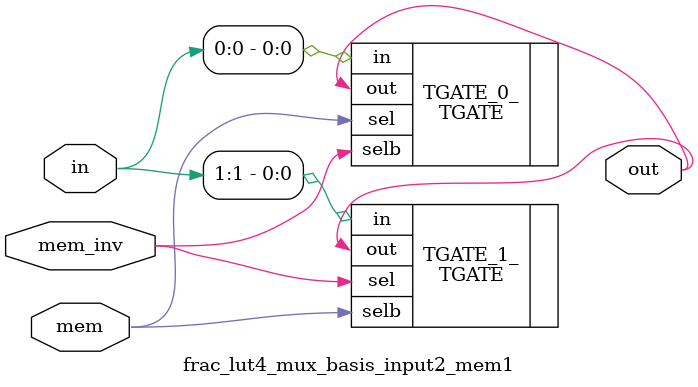
<source format=v>
`timescale 1ns / 1ps

`default_nettype none

// ----- Verilog module for mux_2level_tapbuf_basis_input3_mem3 -----
module mux_2level_tapbuf_basis_input3_mem3(in,
                                           mem,
                                           mem_inv,
                                           out);
//----- INPUT PORTS -----
input [0:2] in;
//----- INPUT PORTS -----
input [0:2] mem;
//----- INPUT PORTS -----
input [0:2] mem_inv;
//----- OUTPUT PORTS -----
output [0:0] out;

//----- BEGIN wire-connection ports -----
//----- END wire-connection ports -----


//----- BEGIN Registered ports -----
//----- END Registered ports -----



// ----- BEGIN Local short connections -----
// ----- END Local short connections -----
// ----- BEGIN Local output short connections -----
// ----- END Local output short connections -----

	TGATE TGATE_0_ (
		.in(in[0]),
		.sel(mem[0]),
		.selb(mem_inv[0]),
		.out(out));

	TGATE TGATE_1_ (
		.in(in[1]),
		.sel(mem[1]),
		.selb(mem_inv[1]),
		.out(out));

	TGATE TGATE_2_ (
		.in(in[2]),
		.sel(mem[2]),
		.selb(mem_inv[2]),
		.out(out));

endmodule
// ----- END Verilog module for mux_2level_tapbuf_basis_input3_mem3 -----

//----- Default net type -----
`default_nettype none




//----- Default net type -----
`default_nettype none

// ----- Verilog module for mux_2level_tapbuf_basis_input2_mem1 -----
module mux_2level_tapbuf_basis_input2_mem1(in,
                                           mem,
                                           mem_inv,
                                           out);
//----- INPUT PORTS -----
input [0:1] in;
//----- INPUT PORTS -----
input [0:0] mem;
//----- INPUT PORTS -----
input [0:0] mem_inv;
//----- OUTPUT PORTS -----
output [0:0] out;

//----- BEGIN wire-connection ports -----
//----- END wire-connection ports -----


//----- BEGIN Registered ports -----
//----- END Registered ports -----



// ----- BEGIN Local short connections -----
// ----- END Local short connections -----
// ----- BEGIN Local output short connections -----
// ----- END Local output short connections -----

	TGATE TGATE_0_ (
		.in(in[0]),
		.sel(mem),
		.selb(mem_inv),
		.out(out));

	TGATE TGATE_1_ (
		.in(in[1]),
		.sel(mem_inv),
		.selb(mem),
		.out(out));

endmodule
// ----- END Verilog module for mux_2level_tapbuf_basis_input2_mem1 -----

//----- Default net type -----
`default_nettype none




//----- Default net type -----
`default_nettype none

// ----- Verilog module for mux_2level_tapbuf_basis_input4_mem4 -----
module mux_2level_tapbuf_basis_input4_mem4(in,
                                           mem,
                                           mem_inv,
                                           out);
//----- INPUT PORTS -----
input [0:3] in;
//----- INPUT PORTS -----
input [0:3] mem;
//----- INPUT PORTS -----
input [0:3] mem_inv;
//----- OUTPUT PORTS -----
output [0:0] out;

//----- BEGIN wire-connection ports -----
//----- END wire-connection ports -----


//----- BEGIN Registered ports -----
//----- END Registered ports -----



// ----- BEGIN Local short connections -----
// ----- END Local short connections -----
// ----- BEGIN Local output short connections -----
// ----- END Local output short connections -----

	TGATE TGATE_0_ (
		.in(in[0]),
		.sel(mem[0]),
		.selb(mem_inv[0]),
		.out(out));

	TGATE TGATE_1_ (
		.in(in[1]),
		.sel(mem[1]),
		.selb(mem_inv[1]),
		.out(out));

	TGATE TGATE_2_ (
		.in(in[2]),
		.sel(mem[2]),
		.selb(mem_inv[2]),
		.out(out));

	TGATE TGATE_3_ (
		.in(in[3]),
		.sel(mem[3]),
		.selb(mem_inv[3]),
		.out(out));

endmodule
// ----- END Verilog module for mux_2level_tapbuf_basis_input4_mem4 -----

//----- Default net type -----
`default_nettype none




//----- Default net type -----
`default_nettype none

// ----- Verilog module for mux_2level_tapbuf_basis_input2_mem2 -----
module mux_2level_tapbuf_basis_input2_mem2(in,
                                           mem,
                                           mem_inv,
                                           out);
//----- INPUT PORTS -----
input [0:1] in;
//----- INPUT PORTS -----
input [0:1] mem;
//----- INPUT PORTS -----
input [0:1] mem_inv;
//----- OUTPUT PORTS -----
output [0:0] out;

//----- BEGIN wire-connection ports -----
//----- END wire-connection ports -----


//----- BEGIN Registered ports -----
//----- END Registered ports -----



// ----- BEGIN Local short connections -----
// ----- END Local short connections -----
// ----- BEGIN Local output short connections -----
// ----- END Local output short connections -----

	TGATE TGATE_0_ (
		.in(in[0]),
		.sel(mem[0]),
		.selb(mem_inv[0]),
		.out(out));

	TGATE TGATE_1_ (
		.in(in[1]),
		.sel(mem[1]),
		.selb(mem_inv[1]),
		.out(out));

endmodule
// ----- END Verilog module for mux_2level_tapbuf_basis_input2_mem2 -----

//----- Default net type -----
`default_nettype none




//----- Default net type -----
`default_nettype none

// ----- Verilog module for mux_2level_basis_input5_mem5 -----
module mux_2level_basis_input5_mem5(in,
                                    mem,
                                    mem_inv,
                                    out);
//----- INPUT PORTS -----
input [0:4] in;
//----- INPUT PORTS -----
input [0:4] mem;
//----- INPUT PORTS -----
input [0:4] mem_inv;
//----- OUTPUT PORTS -----
output [0:0] out;

//----- BEGIN wire-connection ports -----
//----- END wire-connection ports -----


//----- BEGIN Registered ports -----
//----- END Registered ports -----



// ----- BEGIN Local short connections -----
// ----- END Local short connections -----
// ----- BEGIN Local output short connections -----
// ----- END Local output short connections -----

	TGATE TGATE_0_ (
		.in(in[0]),
		.sel(mem[0]),
		.selb(mem_inv[0]),
		.out(out));

	TGATE TGATE_1_ (
		.in(in[1]),
		.sel(mem[1]),
		.selb(mem_inv[1]),
		.out(out));

	TGATE TGATE_2_ (
		.in(in[2]),
		.sel(mem[2]),
		.selb(mem_inv[2]),
		.out(out));

	TGATE TGATE_3_ (
		.in(in[3]),
		.sel(mem[3]),
		.selb(mem_inv[3]),
		.out(out));

	TGATE TGATE_4_ (
		.in(in[4]),
		.sel(mem[4]),
		.selb(mem_inv[4]),
		.out(out));

endmodule
// ----- END Verilog module for mux_2level_basis_input5_mem5 -----

//----- Default net type -----
`default_nettype none




//----- Default net type -----
`default_nettype none

// ----- Verilog module for mux_1level_tapbuf_basis_input4_mem4 -----
module mux_1level_tapbuf_basis_input4_mem4(in,
                                           mem,
                                           mem_inv,
                                           out);
//----- INPUT PORTS -----
input [0:3] in;
//----- INPUT PORTS -----
input [0:3] mem;
//----- INPUT PORTS -----
input [0:3] mem_inv;
//----- OUTPUT PORTS -----
output [0:0] out;

//----- BEGIN wire-connection ports -----
//----- END wire-connection ports -----


//----- BEGIN Registered ports -----
//----- END Registered ports -----



// ----- BEGIN Local short connections -----
// ----- END Local short connections -----
// ----- BEGIN Local output short connections -----
// ----- END Local output short connections -----

	TGATE TGATE_0_ (
		.in(in[0]),
		.sel(mem[0]),
		.selb(mem_inv[0]),
		.out(out));

	TGATE TGATE_1_ (
		.in(in[1]),
		.sel(mem[1]),
		.selb(mem_inv[1]),
		.out(out));

	TGATE TGATE_2_ (
		.in(in[2]),
		.sel(mem[2]),
		.selb(mem_inv[2]),
		.out(out));

	TGATE TGATE_3_ (
		.in(in[3]),
		.sel(mem[3]),
		.selb(mem_inv[3]),
		.out(out));

endmodule
// ----- END Verilog module for mux_1level_tapbuf_basis_input4_mem4 -----

//----- Default net type -----
`default_nettype none




//----- Default net type -----
`default_nettype none

// ----- Verilog module for mux_1level_tapbuf_basis_input3_mem3 -----
module mux_1level_tapbuf_basis_input3_mem3(in,
                                           mem,
                                           mem_inv,
                                           out);
//----- INPUT PORTS -----
input [0:2] in;
//----- INPUT PORTS -----
input [0:2] mem;
//----- INPUT PORTS -----
input [0:2] mem_inv;
//----- OUTPUT PORTS -----
output [0:0] out;

//----- BEGIN wire-connection ports -----
//----- END wire-connection ports -----


//----- BEGIN Registered ports -----
//----- END Registered ports -----



// ----- BEGIN Local short connections -----
// ----- END Local short connections -----
// ----- BEGIN Local output short connections -----
// ----- END Local output short connections -----

	TGATE TGATE_0_ (
		.in(in[0]),
		.sel(mem[0]),
		.selb(mem_inv[0]),
		.out(out));

	TGATE TGATE_1_ (
		.in(in[1]),
		.sel(mem[1]),
		.selb(mem_inv[1]),
		.out(out));

	TGATE TGATE_2_ (
		.in(in[2]),
		.sel(mem[2]),
		.selb(mem_inv[2]),
		.out(out));

endmodule
// ----- END Verilog module for mux_1level_tapbuf_basis_input3_mem3 -----

//----- Default net type -----
`default_nettype none




//----- Default net type -----
`default_nettype none

// ----- Verilog module for frac_lut4_mux_basis_input2_mem1 -----
module frac_lut4_mux_basis_input2_mem1(in,
                                       mem,
                                       mem_inv,
                                       out);
//----- INPUT PORTS -----
input [0:1] in;
//----- INPUT PORTS -----
input [0:0] mem;
//----- INPUT PORTS -----
input [0:0] mem_inv;
//----- OUTPUT PORTS -----
output [0:0] out;

//----- BEGIN wire-connection ports -----
//----- END wire-connection ports -----


//----- BEGIN Registered ports -----
//----- END Registered ports -----



// ----- BEGIN Local short connections -----
// ----- END Local short connections -----
// ----- BEGIN Local output short connections -----
// ----- END Local output short connections -----

	TGATE TGATE_0_ (
		.in(in[0]),
		.sel(mem),
		.selb(mem_inv),
		.out(out));

	TGATE TGATE_1_ (
		.in(in[1]),
		.sel(mem_inv),
		.selb(mem),
		.out(out));

endmodule
// ----- END Verilog module for frac_lut4_mux_basis_input2_mem1 -----

//----- Default net type -----
`default_nettype none





</source>
